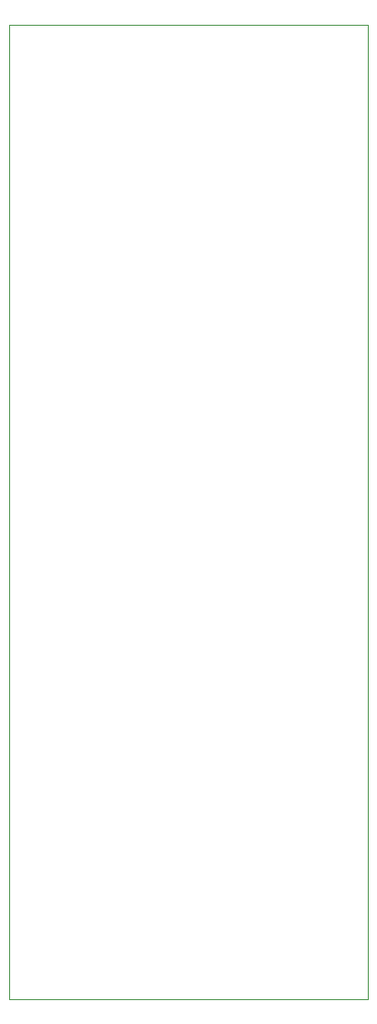
<source format=gbr>
%TF.GenerationSoftware,Altium Limited,Altium Designer,23.4.1 (23)*%
G04 Layer_Color=0*
%FSLAX45Y45*%
%MOMM*%
%TF.SameCoordinates,B91EE142-B30E-402A-A340-A1283DCE037E*%
%TF.FilePolarity,Positive*%
%TF.FileFunction,Profile,NP*%
%TF.Part,Single*%
G01*
G75*
%TA.AperFunction,Profile*%
%ADD34C,0.02540*%
D34*
X0Y0D02*
X3314700D01*
Y8978900D01*
X0D01*
Y0D01*
%TF.MD5,532d063c0571cd8766ff7c725f814059*%
M02*

</source>
